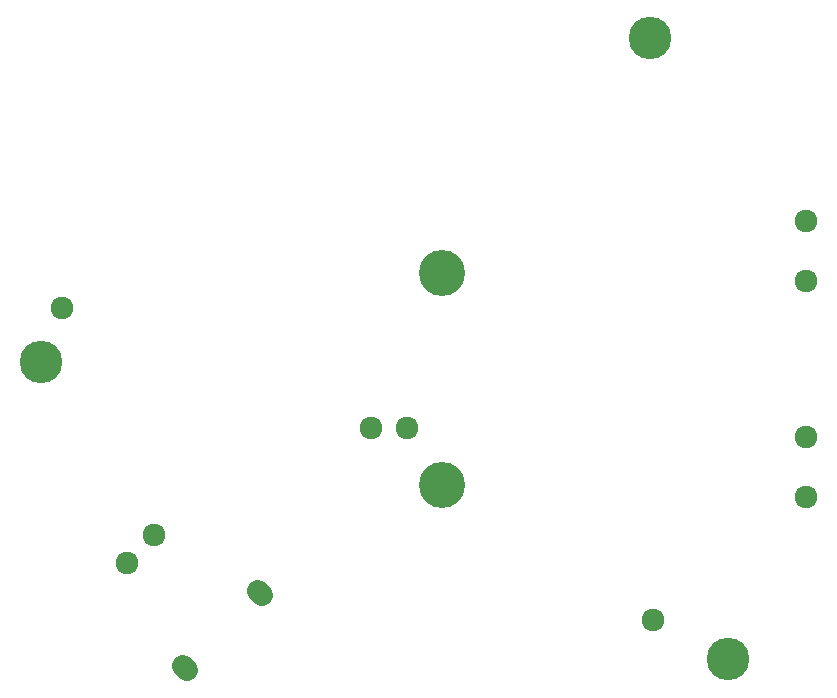
<source format=gbr>
G04 #@! TF.FileFunction,Soldermask,Bot*
%FSLAX46Y46*%
G04 Gerber Fmt 4.6, Leading zero omitted, Abs format (unit mm)*
G04 Created by KiCad (PCBNEW 4.0.7) date 07/15/18 17:53:39*
%MOMM*%
%LPD*%
G01*
G04 APERTURE LIST*
%ADD10C,0.100000*%
%ADD11C,1.924000*%
%ADD12C,1.900000*%
%ADD13C,3.600000*%
%ADD14C,3.900000*%
G04 APERTURE END LIST*
D10*
D11*
X125635501Y-113232377D03*
X123300634Y-115567244D03*
D12*
X128432816Y-124650738D02*
X128079262Y-124297184D01*
X134796777Y-118286777D02*
X134443223Y-117933223D01*
D11*
X167894000Y-120396000D03*
X117856000Y-93980000D03*
X180848000Y-104902000D03*
X180848000Y-109982000D03*
X180848000Y-91694000D03*
X180848000Y-86614000D03*
D13*
X116078000Y-98552000D03*
X167640000Y-71120000D03*
X174244000Y-123698000D03*
D14*
X150000000Y-91000000D03*
X150000000Y-109000000D03*
D11*
X144042000Y-104108000D03*
X147042000Y-104108000D03*
M02*

</source>
